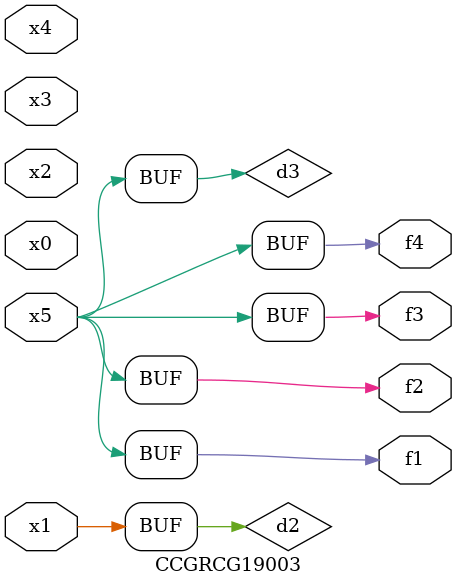
<source format=v>
module CCGRCG19003(
	input x0, x1, x2, x3, x4, x5,
	output f1, f2, f3, f4
);

	wire d1, d2, d3;

	not (d1, x5);
	or (d2, x1);
	xnor (d3, d1);
	assign f1 = d3;
	assign f2 = d3;
	assign f3 = d3;
	assign f4 = d3;
endmodule

</source>
